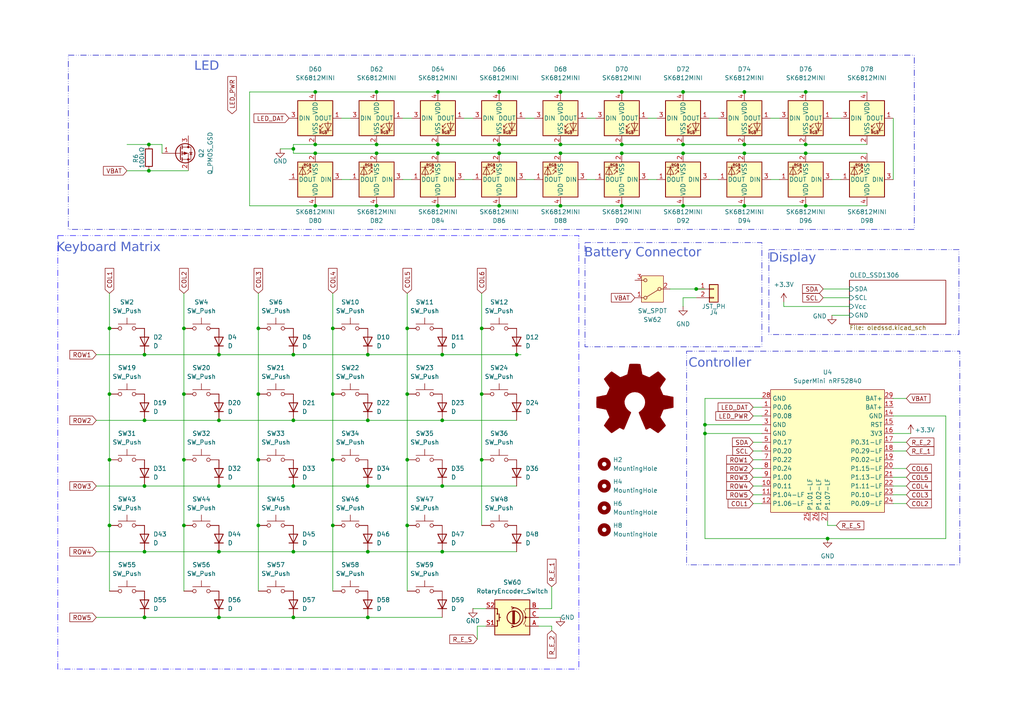
<source format=kicad_sch>
(kicad_sch (version 20250114) (generator "eeschema") (generator_version "9.0")
  (paper "A4")
  (title_block (title "Keyboard Half") (rev "0.0.1"))
  (rectangle (start 223.012 72.39) (end 278.13 97.028) (stroke (width 0) (type dash_dot_dot)))
  (rectangle (start 16.764 68.326) (end 167.894 194.056) (stroke (width 0) (type dash_dot_dot) (color 15 0 255 1)))
  (rectangle (start 199.136 101.854) (end 278.384 163.83) (stroke (width 0) (type dash_dot_dot)))
  (rectangle (start 169.672 70.358) (end 220.98 100.584) (stroke (width 0) (type dash_dot_dot)))
  (rectangle (start 19.812 16.002) (end 265.176 66.548) (stroke (width 0) (type dash_dot_dot)))
  (text "LED" (at 59.944 20.066 0) (effects (font (size 2.6416 2.6416))))
  (text "Display" (at 229.87 75.692 0) (effects (font (size 2.6416 2.6416))))
  (text "Controller" (at 208.788 106.172 0) (effects (font (size 2.6416 2.6416))))
  (text "Keyboard Matrix" (at 31.496 72.644 0) (effects (font (size 2.6416 2.6416))))
  (text "Battery Connector" (at 186.436 74.168 0) (effects (font (size 2.6416 2.6416))))
  (junction (at 41.91 102.87))
  (junction (at 118.11 95.25))
  (junction (at 144.78 41.91))
  (junction (at 215.9 26.67))
  (junction (at 144.78 44.45))
  (junction (at 198.12 44.45))
  (junction (at 144.78 26.67))
  (junction (at 198.12 59.69))
  (junction (at 96.52 95.25))
  (junction (at 106.68 179.07))
  (junction (at 162.56 44.45))
  (junction (at 127 41.91))
  (junction (at 31.75 152.4))
  (junction (at 53.34 152.4))
  (junction (at 118.11 114.3))
  (junction (at 180.34 59.69))
  (junction (at 233.68 44.45))
  (junction (at 180.34 44.45))
  (junction (at 139.7 95.25))
  (junction (at 128.27 102.87))
  (junction (at 162.56 41.91))
  (junction (at 233.68 41.91))
  (junction (at 204.47 125.73))
  (junction (at 91.44 26.67))
  (junction (at 128.27 160.02))
  (junction (at 85.09 179.07))
  (junction (at 118.11 133.35))
  (junction (at 31.75 95.25))
  (junction (at 43.18 41.91))
  (junction (at 41.91 179.07))
  (junction (at 53.34 95.25))
  (junction (at 139.7 114.3))
  (junction (at 41.91 160.02))
  (junction (at 63.5 160.02))
  (junction (at 127 59.69))
  (junction (at 63.5 102.87))
  (junction (at 85.09 140.97))
  (junction (at 85.09 121.92))
  (junction (at 91.44 59.69))
  (junction (at 63.5 140.97))
  (junction (at 180.34 41.91))
  (junction (at 144.78 59.69))
  (junction (at 43.18 49.53))
  (junction (at 128.27 121.92))
  (junction (at 106.68 121.92))
  (junction (at 162.56 26.67))
  (junction (at 180.34 26.67))
  (junction (at 233.68 26.67))
  (junction (at 215.9 59.69))
  (junction (at 215.9 41.91))
  (junction (at 53.34 114.3))
  (junction (at 85.09 160.02))
  (junction (at 233.68 59.69))
  (junction (at 109.22 41.91))
  (junction (at 63.5 121.92))
  (junction (at 106.68 102.87))
  (junction (at 215.9 44.45))
  (junction (at 74.93 133.35))
  (junction (at 118.11 152.4))
  (junction (at 204.47 123.19))
  (junction (at 85.09 102.87))
  (junction (at 96.52 114.3))
  (junction (at 41.91 140.97))
  (junction (at 106.68 140.97))
  (junction (at 240.03 156.21))
  (junction (at 31.75 114.3))
  (junction (at 162.56 59.69))
  (junction (at 127 26.67))
  (junction (at 198.12 41.91))
  (junction (at 91.44 41.91))
  (junction (at 91.44 44.45))
  (junction (at 31.75 133.35))
  (junction (at 198.12 26.67))
  (junction (at 96.52 152.4))
  (junction (at 74.93 152.4))
  (junction (at 109.22 59.69))
  (junction (at 85.09 43.18))
  (junction (at 109.22 26.67))
  (junction (at 41.91 121.92))
  (junction (at 128.27 140.97))
  (junction (at 96.52 133.35))
  (junction (at 201.93 83.82))
  (junction (at 139.7 133.35))
  (junction (at 106.68 160.02))
  (junction (at 127 44.45))
  (junction (at 109.22 44.45))
  (junction (at 53.34 133.35))
  (junction (at 149.86 102.87))
  (junction (at 63.5 179.07))
  (junction (at 74.93 95.25))
  (junction (at 74.93 114.3))
  (wire (pts (xy 31.75 95.25) (xy 31.75 114.3)))
  (wire (pts (xy 259.08 140.97) (xy 262.89 140.97)))
  (wire (pts (xy 205.74 34.29) (xy 208.28 34.29)))
  (wire (pts (xy 96.52 152.4) (xy 96.52 171.45)))
  (wire (pts (xy 41.91 179.07) (xy 63.5 179.07)))
  (wire (pts (xy 251.46 59.69) (xy 233.68 59.69)))
  (wire (pts (xy 85.09 43.18) (xy 85.09 44.45)))
  (wire (pts (xy 198.12 59.69) (xy 180.34 59.69)))
  (wire (pts (xy 218.44 133.35) (xy 220.98 133.35)))
  (wire (pts (xy 53.34 133.35) (xy 53.34 152.4)))
  (wire (pts (xy 106.68 179.07) (xy 128.27 179.07)))
  (wire (pts (xy 170.18 34.29) (xy 172.72 34.29)))
  (wire (pts (xy 134.62 34.29) (xy 137.16 34.29)))
  (wire (pts (xy 27.94 140.97) (xy 41.91 140.97)))
  (wire (pts (xy 238.76 83.82) (xy 246.38 83.82)))
  (wire (pts (xy 91.44 26.67) (xy 72.39 26.67)))
  (wire (pts (xy 127 44.45) (xy 109.22 44.45)))
  (wire (pts (xy 85.09 140.97) (xy 106.68 140.97)))
  (wire (pts (xy 106.68 140.97) (xy 128.27 140.97)))
  (wire (pts (xy 119.38 52.07) (xy 116.84 52.07)))
  (wire (pts (xy 162.56 44.45) (xy 144.78 44.45)))
  (wire (pts (xy 27.94 160.02) (xy 41.91 160.02)))
  (wire (pts (xy 139.7 114.3) (xy 139.7 133.35)))
  (wire (pts (xy 218.44 143.51) (xy 220.98 143.51)))
  (wire (pts (xy 144.78 26.67) (xy 162.56 26.67)))
  (wire (pts (xy 194.31 83.82) (xy 201.93 83.82)))
  (wire (pts (xy 198.12 41.91) (xy 215.9 41.91)))
  (wire (pts (xy 208.28 52.07) (xy 205.74 52.07)))
  (wire (pts (xy 109.22 26.67) (xy 127 26.67)))
  (wire (pts (xy 259.08 146.05) (xy 262.89 146.05)))
  (wire (pts (xy 215.9 26.67) (xy 233.68 26.67)))
  (wire (pts (xy 128.27 140.97) (xy 149.86 140.97)))
  (wire (pts (xy 106.68 160.02) (xy 128.27 160.02)))
  (wire (pts (xy 85.09 160.02) (xy 106.68 160.02)))
  (wire (pts (xy 36.83 49.53) (xy 43.18 49.53)))
  (wire (pts (xy 109.22 44.45) (xy 91.44 44.45)))
  (wire (pts (xy 109.22 41.91) (xy 127 41.91)))
  (wire (pts (xy 85.09 179.07) (xy 106.68 179.07)))
  (wire (pts (xy 91.44 41.91) (xy 85.09 41.91)))
  (wire (pts (xy 85.09 41.91) (xy 85.09 43.18)))
  (wire (pts (xy 215.9 44.45) (xy 198.12 44.45)))
  (wire (pts (xy 198.12 86.36) (xy 201.93 86.36)))
  (wire (pts (xy 53.34 95.25) (xy 53.34 114.3)))
  (wire (pts (xy 138.43 185.42) (xy 138.43 181.61)))
  (wire (pts (xy 215.9 41.91) (xy 233.68 41.91)))
  (wire (pts (xy 99.06 34.29) (xy 101.6 34.29)))
  (wire (pts (xy 128.27 160.02) (xy 149.86 160.02)))
  (wire (pts (xy 154.94 52.07) (xy 152.4 52.07)))
  (wire (pts (xy 74.93 85.09) (xy 74.93 95.25)))
  (wire (pts (xy 204.47 115.57) (xy 204.47 123.19)))
  (wire (pts (xy 31.75 85.09) (xy 31.75 95.25)))
  (wire (pts (xy 180.34 26.67) (xy 198.12 26.67)))
  (wire (pts (xy 259.08 135.89) (xy 262.89 135.89)))
  (wire (pts (xy 31.75 133.35) (xy 31.75 152.4)))
  (wire (pts (xy 118.11 85.09) (xy 118.11 95.25)))
  (wire (pts (xy 31.75 114.3) (xy 31.75 133.35)))
  (wire (pts (xy 127 59.69) (xy 109.22 59.69)))
  (wire (pts (xy 72.39 59.69) (xy 91.44 59.69)))
  (wire (pts (xy 156.21 176.53) (xy 160.02 176.53)))
  (wire (pts (xy 240.03 152.4) (xy 240.03 151.13)))
  (wire (pts (xy 259.08 130.81) (xy 262.89 130.81)))
  (wire (pts (xy 41.91 160.02) (xy 63.5 160.02)))
  (wire (pts (xy 198.12 26.67) (xy 215.9 26.67)))
  (wire (pts (xy 43.18 49.53) (xy 54.61 49.53)))
  (wire (pts (xy 187.96 34.29) (xy 190.5 34.29)))
  (wire (pts (xy 144.78 44.45) (xy 127 44.45)))
  (wire (pts (xy 180.34 44.45) (xy 162.56 44.45)))
  (wire (pts (xy 81.28 43.18) (xy 85.09 43.18)))
  (wire (pts (xy 137.16 52.07) (xy 134.62 52.07)))
  (wire (pts (xy 227.33 88.9) (xy 246.38 88.9)))
  (wire (pts (xy 172.72 52.07) (xy 170.18 52.07)))
  (wire (pts (xy 63.5 160.02) (xy 85.09 160.02)))
  (wire (pts (xy 238.76 86.36) (xy 246.38 86.36)))
  (wire (pts (xy 118.11 114.3) (xy 118.11 133.35)))
  (wire (pts (xy 259.08 115.57) (xy 262.89 115.57)))
  (wire (pts (xy 204.47 123.19) (xy 204.47 125.73)))
  (wire (pts (xy 27.94 179.07) (xy 41.91 179.07)))
  (wire (pts (xy 41.91 102.87) (xy 63.5 102.87)))
  (wire (pts (xy 233.68 59.69) (xy 215.9 59.69)))
  (wire (pts (xy 36.83 41.91) (xy 43.18 41.91)))
  (wire (pts (xy 198.12 88.9) (xy 198.12 86.36)))
  (wire (pts (xy 144.78 59.69) (xy 127 59.69)))
  (wire (pts (xy 240.03 156.21) (xy 274.32 156.21)))
  (wire (pts (xy 218.44 138.43) (xy 220.98 138.43)))
  (wire (pts (xy 127 41.91) (xy 144.78 41.91)))
  (wire (pts (xy 204.47 125.73) (xy 204.47 156.21)))
  (wire (pts (xy 218.44 130.81) (xy 220.98 130.81)))
  (wire (pts (xy 162.56 26.67) (xy 180.34 26.67)))
  (wire (pts (xy 74.93 133.35) (xy 74.93 152.4)))
  (wire (pts (xy 96.52 114.3) (xy 96.52 133.35)))
  (wire (pts (xy 226.06 52.07) (xy 223.52 52.07)))
  (wire (pts (xy 160.02 176.53) (xy 160.02 170.18)))
  (wire (pts (xy 96.52 85.09) (xy 96.52 95.25)))
  (wire (pts (xy 218.44 146.05) (xy 220.98 146.05)))
  (wire (pts (xy 139.7 133.35) (xy 139.7 152.4)))
  (wire (pts (xy 198.12 44.45) (xy 180.34 44.45)))
  (wire (pts (xy 233.68 44.45) (xy 215.9 44.45)))
  (wire (pts (xy 156.21 179.07) (xy 162.56 179.07)))
  (wire (pts (xy 243.84 52.07) (xy 241.3 52.07)))
  (wire (pts (xy 241.3 34.29) (xy 243.84 34.29)))
  (wire (pts (xy 109.22 59.69) (xy 91.44 59.69)))
  (wire (pts (xy 233.68 41.91) (xy 251.46 41.91)))
  (wire (pts (xy 53.34 152.4) (xy 53.34 171.45)))
  (wire (pts (xy 201.93 83.82) (xy 204.47 83.82)))
  (wire (pts (xy 85.09 44.45) (xy 91.44 44.45)))
  (wire (pts (xy 53.34 85.09) (xy 53.34 95.25)))
  (wire (pts (xy 74.93 114.3) (xy 74.93 133.35)))
  (wire (pts (xy 91.44 26.67) (xy 109.22 26.67)))
  (wire (pts (xy 180.34 41.91) (xy 198.12 41.91)))
  (wire (pts (xy 156.21 181.61) (xy 160.02 181.61)))
  (wire (pts (xy 106.68 121.92) (xy 128.27 121.92)))
  (wire (pts (xy 162.56 59.69) (xy 144.78 59.69)))
  (wire (pts (xy 242.57 152.4) (xy 240.03 152.4)))
  (wire (pts (xy 233.68 26.67) (xy 251.46 26.67)))
  (wire (pts (xy 46.99 41.91) (xy 43.18 41.91)))
  (wire (pts (xy 144.78 41.91) (xy 162.56 41.91)))
  (wire (pts (xy 162.56 41.91) (xy 180.34 41.91)))
  (wire (pts (xy 127 26.67) (xy 144.78 26.67)))
  (wire (pts (xy 101.6 52.07) (xy 99.06 52.07)))
  (wire (pts (xy 118.11 95.25) (xy 118.11 114.3)))
  (wire (pts (xy 74.93 152.4) (xy 74.93 171.45)))
  (wire (pts (xy 128.27 102.87) (xy 149.86 102.87)))
  (wire (pts (xy 218.44 135.89) (xy 220.98 135.89)))
  (wire (pts (xy 204.47 156.21) (xy 240.03 156.21)))
  (wire (pts (xy 259.08 128.27) (xy 262.89 128.27)))
  (wire (pts (xy 96.52 133.35) (xy 96.52 152.4)))
  (wire (pts (xy 41.91 121.92) (xy 63.5 121.92)))
  (wire (pts (xy 91.44 41.91) (xy 109.22 41.91)))
  (wire (pts (xy 31.75 152.4) (xy 31.75 171.45)))
  (wire (pts (xy 85.09 121.92) (xy 106.68 121.92)))
  (wire (pts (xy 74.93 95.25) (xy 74.93 114.3)))
  (wire (pts (xy 139.7 95.25) (xy 139.7 114.3)))
  (wire (pts (xy 118.11 133.35) (xy 118.11 152.4)))
  (wire (pts (xy 259.08 125.73) (xy 264.16 125.73)))
  (wire (pts (xy 63.5 140.97) (xy 85.09 140.97)))
  (wire (pts (xy 106.68 102.87) (xy 128.27 102.87)))
  (wire (pts (xy 138.43 181.61) (xy 140.97 181.61)))
  (wire (pts (xy 223.52 34.29) (xy 226.06 34.29)))
  (wire (pts (xy 218.44 140.97) (xy 220.98 140.97)))
  (wire (pts (xy 53.34 114.3) (xy 53.34 133.35)))
  (wire (pts (xy 27.94 121.92) (xy 41.91 121.92)))
  (wire (pts (xy 85.09 102.87) (xy 106.68 102.87)))
  (wire (pts (xy 259.08 120.65) (xy 274.32 120.65)))
  (wire (pts (xy 180.34 59.69) (xy 162.56 59.69)))
  (wire (pts (xy 96.52 95.25) (xy 96.52 114.3)))
  (wire (pts (xy 160.02 181.61) (xy 160.02 182.88)))
  (wire (pts (xy 251.46 44.45) (xy 233.68 44.45)))
  (wire (pts (xy 63.5 102.87) (xy 85.09 102.87)))
  (wire (pts (xy 46.99 44.45) (xy 46.99 41.91)))
  (wire (pts (xy 241.3 91.44) (xy 246.38 91.44)))
  (wire (pts (xy 215.9 59.69) (xy 198.12 59.69)))
  (wire (pts (xy 227.33 87.63) (xy 227.33 88.9)))
  (wire (pts (xy 220.98 125.73) (xy 204.47 125.73)))
  (wire (pts (xy 27.94 102.87) (xy 41.91 102.87)))
  (wire (pts (xy 63.5 179.07) (xy 85.09 179.07)))
  (wire (pts (xy 218.44 128.27) (xy 220.98 128.27)))
  (wire (pts (xy 118.11 152.4) (xy 118.11 171.45)))
  (wire (pts (xy 274.32 156.21) (xy 274.32 120.65)))
  (wire (pts (xy 259.08 34.29) (xy 259.08 52.07)))
  (wire (pts (xy 259.08 138.43) (xy 262.89 138.43)))
  (wire (pts (xy 204.47 115.57) (xy 220.98 115.57)))
  (wire (pts (xy 190.5 52.07) (xy 187.96 52.07)))
  (wire (pts (xy 149.86 102.87) (xy 151.13 102.87)))
  (wire (pts (xy 41.91 140.97) (xy 63.5 140.97)))
  (wire (pts (xy 259.08 143.51) (xy 262.89 143.51)))
  (wire (pts (xy 116.84 34.29) (xy 119.38 34.29)))
  (wire (pts (xy 218.44 120.65) (xy 220.98 120.65)))
  (wire (pts (xy 152.4 34.29) (xy 154.94 34.29)))
  (wire (pts (xy 72.39 26.67) (xy 72.39 59.69)))
  (wire (pts (xy 63.5 121.92) (xy 85.09 121.92)))
  (wire (pts (xy 220.98 123.19) (xy 204.47 123.19)))
  (wire (pts (xy 128.27 121.92) (xy 149.86 121.92)))
  (wire (pts (xy 218.44 118.11) (xy 220.98 118.11)))
  (wire (pts (xy 137.16 176.53) (xy 140.97 176.53)))
  (wire (pts (xy 139.7 85.09) (xy 139.7 95.25)))
  (global_label "R_E_1" (shape input) (at 262.89 130.81 0) (property "Intersheetrefs" "${INTERSHEET_REFS}" (effects (hide yes))))
  (global_label "ROW1" (shape input) (at 27.94 102.87 180) (property "Intersheetrefs" "${INTERSHEET_REFS}" (effects (hide yes))))
  (global_label "COL2" (shape input) (at 262.89 146.05 0) (property "Intersheetrefs" "${INTERSHEET_REFS}" (effects (hide yes))))
  (global_label "ROW3" (shape input) (at 27.94 140.97 180) (property "Intersheetrefs" "${INTERSHEET_REFS}" (effects (hide yes))))
  (global_label "R_E_1" (shape input) (at 160.02 170.18 90) (property "Intersheetrefs" "${INTERSHEET_REFS}" (effects (hide yes))))
  (global_label "R_E_2" (shape input) (at 262.89 128.27 0) (property "Intersheetrefs" "${INTERSHEET_REFS}" (effects (hide yes))))
  (global_label "COL1" (shape input) (at 218.44 146.05 180) (property "Intersheetrefs" "${INTERSHEET_REFS}" (effects (hide yes))))
  (global_label "COL2" (shape input) (at 53.34 85.09 90) (property "Intersheetrefs" "${INTERSHEET_REFS}" (effects (hide yes))))
  (global_label "ROW1" (shape input) (at 218.44 133.35 180) (property "Intersheetrefs" "${INTERSHEET_REFS}" (effects (hide yes))))
  (global_label "R_E_S" (shape input) (at 242.57 152.4 0) (property "Intersheetrefs" "${INTERSHEET_REFS}" (effects (hide yes))))
  (global_label "COL6" (shape input) (at 139.7 85.09 90) (property "Intersheetrefs" "${INTERSHEET_REFS}" (effects (hide yes))))
  (global_label "R_E_S" (shape input) (at 138.43 185.42 180) (property "Intersheetrefs" "${INTERSHEET_REFS}" (effects (hide yes))))
  (global_label "ROW5" (shape input) (at 27.94 179.07 180) (property "Intersheetrefs" "${INTERSHEET_REFS}" (effects (hide yes))))
  (global_label "R_E_2" (shape input) (at 160.02 182.88 270) (property "Intersheetrefs" "${INTERSHEET_REFS}" (effects (hide yes))))
  (global_label "VBAT" (shape input) (at 262.89 115.57 0) (property "Intersheetrefs" "${INTERSHEET_REFS}" (effects (hide yes))))
  (global_label "SCL" (shape input) (at 238.76 86.36 180) (property "Intersheetrefs" "${INTERSHEET_REFS}" (effects (hide yes))))
  (global_label "SDA" (shape input) (at 218.44 128.27 180) (property "Intersheetrefs" "${INTERSHEET_REFS}" (effects (hide yes))))
  (global_label "ROW3" (shape input) (at 218.44 138.43 180) (property "Intersheetrefs" "${INTERSHEET_REFS}" (effects (hide yes))))
  (global_label "ROW4" (shape input) (at 27.94 160.02 180) (property "Intersheetrefs" "${INTERSHEET_REFS}" (effects (hide yes))))
  (global_label "COL4" (shape input) (at 96.52 85.09 90) (property "Intersheetrefs" "${INTERSHEET_REFS}" (effects (hide yes))))
  (global_label "COL5" (shape input) (at 262.89 138.43 0) (property "Intersheetrefs" "${INTERSHEET_REFS}" (effects (hide yes))))
  (global_label "COL4" (shape input) (at 262.89 140.97 0) (property "Intersheetrefs" "${INTERSHEET_REFS}" (effects (hide yes))))
  (global_label "VBAT" (shape input) (at 36.83 49.53 180) (property "Intersheetrefs" "${INTERSHEET_REFS}" (effects (hide yes))))
  (global_label "COL1" (shape input) (at 31.75 85.09 90) (property "Intersheetrefs" "${INTERSHEET_REFS}" (effects (hide yes))))
  (global_label "ROW5" (shape input) (at 218.44 143.51 180) (property "Intersheetrefs" "${INTERSHEET_REFS}" (effects (hide yes))))
  (global_label "ROW2" (shape input) (at 27.94 121.92 180) (property "Intersheetrefs" "${INTERSHEET_REFS}" (effects (hide yes))))
  (global_label "COL3" (shape input) (at 74.93 85.09 90) (property "Intersheetrefs" "${INTERSHEET_REFS}" (effects (hide yes))))
  (global_label "LED_DAT" (shape input) (at 83.82 34.29 180) (property "Intersheetrefs" "${INTERSHEET_REFS}" (effects (hide yes))))
  (global_label "COL6" (shape input) (at 262.89 135.89 0) (property "Intersheetrefs" "${INTERSHEET_REFS}" (effects (hide yes))))
  (global_label "COL3" (shape input) (at 262.89 143.51 0) (property "Intersheetrefs" "${INTERSHEET_REFS}" (effects (hide yes))))
  (global_label "LED_PWR" (shape input) (at 218.44 120.65 180) (property "Intersheetrefs" "${INTERSHEET_REFS}" (effects (hide yes))))
  (global_label "SCL" (shape input) (at 218.44 130.81 180) (property "Intersheetrefs" "${INTERSHEET_REFS}" (effects (hide yes))))
  (global_label "SDA" (shape input) (at 238.76 83.82 180) (property "Intersheetrefs" "${INTERSHEET_REFS}" (effects (hide yes))))
  (global_label "COL5" (shape input) (at 118.11 85.09 90) (property "Intersheetrefs" "${INTERSHEET_REFS}" (effects (hide yes))))
  (global_label "VBAT" (shape input) (at 184.15 86.36 180) (property "Intersheetrefs" "${INTERSHEET_REFS}" (effects (hide yes))))
  (global_label "LED_DAT" (shape input) (at 218.44 118.11 180) (property "Intersheetrefs" "${INTERSHEET_REFS}" (effects (hide yes))))
  (global_label "LED_PWR" (shape input) (at 67.31 33.02 90) (property "Intersheetrefs" "${INTERSHEET_REFS}" (effects (hide yes))))
  (global_label "ROW4" (shape input) (at 218.44 140.97 180) (property "Intersheetrefs" "${INTERSHEET_REFS}" (effects (hide yes))))
  (global_label "ROW2" (shape input) (at 218.44 135.89 180) (property "Intersheetrefs" "${INTERSHEET_REFS}" (effects (hide yes))))
  (symbol (lib_id "Device:D") (at 41.91 156.21 90) (unit 1)
    (property "Reference" "D37" (at 44.45 154.9399 90) (effects (justify right)))
    (property "Value" "D" (at 44.45 157.4799 90) (effects (justify right)))
    (property "Footprint" "Diode_SMD:D_SOD-123" (effects (hide yes)))
    (property "Description" "Diode" (effects (hide yes)))
    (property "Sim.Device" "D" (effects (hide yes)))
    (property "Sim.Pins" "1=K 2=A" (effects (hide yes)))
    (instances (project "keeby" (path "" (reference "D43") (unit 1)) (path "" (reference "D37") (unit 1))))
  )
  (symbol (lib_id "LED:SK6812MINI") (at 180.34 52.07 180) (unit 1)
    (property "Reference" "D89" (at 180.34 64.008 0))
    (property "Value" "SK6812MINI" (at 180.34 61.468 0))
    (property "Footprint" "LED_SMD:LED_SK6812MINI_PLCC4_3.5x3.5mm_P1.75mm" (effects (hide yes)))
    (property "Datasheet" "https://cdn-shop.adafruit.com/product-files/2686/SK6812MINI_REV.01-1-2.pdf" (effects (hide yes)))
    (property "Description" "RGB LED with integrated controller" (effects (hide yes)))
    (instances (project "keeby" (path "" (reference "D90") (unit 1)) (path "" (reference "D89") (unit 1))))
  )
  (symbol (lib_id "Switch:SW_SPDT") (at 189.23 83.82 180) (unit 1)
    (property "Reference" "SW61" (at 189.23 92.71 0))
    (property "Value" "SW_SPDT" (at 189.23 90.17 0))
    (property "Footprint" "Button_Switch_SMD:SW_SPDT_PCM12" (effects (hide yes)))
    (property "Description" "Switch, single pole double throw" (effects (hide yes)))
    (instances (project "" (path "" (reference "SW62") (unit 1)) (path "" (reference "SW61") (unit 1))))
  )
  (symbol (lib_id "LED:SK6812MINI") (at 109.22 34.29 0) (unit 1)
    (property "Reference" "D61" (at 109.22 20.066 0))
    (property "Value" "SK6812MINI" (at 109.22 22.606 0))
    (property "Footprint" "LED_SMD:LED_SK6812MINI_PLCC4_3.5x3.5mm_P1.75mm" (effects (hide yes)))
    (property "Datasheet" "https://cdn-shop.adafruit.com/product-files/2686/SK6812MINI_REV.01-1-2.pdf" (effects (hide yes)))
    (property "Description" "RGB LED with integrated controller" (effects (hide yes)))
    (instances (project "keeby" (path "" (reference "D62") (unit 1)) (path "" (reference "D61") (unit 1))))
  )
  (symbol (lib_id "Device:D") (at 41.91 118.11 90) (unit 1)
    (property "Reference" "D13" (at 44.45 116.8399 90) (effects (justify right)))
    (property "Value" "D" (at 44.45 119.3799 90) (effects (justify right)))
    (property "Footprint" "Diode_SMD:D_SOD-123" (effects (hide yes)))
    (property "Description" "Diode" (effects (hide yes)))
    (property "Sim.Device" "D" (effects (hide yes)))
    (property "Sim.Pins" "1=K 2=A" (effects (hide yes)))
    (instances (project "keeby" (path "" (reference "D19") (unit 1)) (path "" (reference "D13") (unit 1))))
  )
  (symbol (lib_id "Device:D") (at 85.09 175.26 90) (unit 1)
    (property "Reference" "D51" (at 87.63 173.9899 90) (effects (justify right)))
    (property "Value" "D" (at 87.63 176.5299 90) (effects (justify right)))
    (property "Footprint" "Diode_SMD:D_SOD-123" (effects (hide yes)))
    (property "Description" "Diode" (effects (hide yes)))
    (property "Sim.Device" "D" (effects (hide yes)))
    (property "Sim.Pins" "1=K 2=A" (effects (hide yes)))
    (instances (project "keeby" (path "" (reference "D57") (unit 1)) (path "" (reference "D51") (unit 1))))
  )
  (symbol (lib_id "Device:D") (at 149.86 156.21 90) (unit 1)
    (property "Reference" "D42" (at 152.4 154.9399 90) (effects (justify right)))
    (property "Value" "D" (at 152.4 157.4799 90) (effects (justify right)))
    (property "Footprint" "Diode_SMD:D_SOD-123" (effects (hide yes)))
    (property "Description" "Diode" (effects (hide yes)))
    (property "Sim.Device" "D" (effects (hide yes)))
    (property "Sim.Pins" "1=K 2=A" (effects (hide yes)))
    (instances (project "keeby" (path "" (reference "D48") (unit 1)) (path "" (reference "D42") (unit 1))))
  )
  (symbol (lib_id "Device:D") (at 128.27 156.21 90) (unit 1)
    (property "Reference" "D41" (at 130.81 154.9399 90) (effects (justify right)))
    (property "Value" "D" (at 130.81 157.4799 90) (effects (justify right)))
    (property "Footprint" "Diode_SMD:D_SOD-123" (effects (hide yes)))
    (property "Description" "Diode" (effects (hide yes)))
    (property "Sim.Device" "D" (effects (hide yes)))
    (property "Sim.Pins" "1=K 2=A" (effects (hide yes)))
    (instances (project "keeby" (path "" (reference "D47") (unit 1)) (path "" (reference "D41") (unit 1))))
  )
  (symbol (lib_id "Switch:SW_Push") (at 123.19 114.3 0) (unit 1)
    (property "Reference" "SW17" (at 123.19 106.68 0))
    (property "Value" "SW_Push" (at 123.19 109.22 0))
    (property "Footprint" "marbastlib-choc:SW_choc_v1_HS_CPG135001S30_1u" (effects (hide yes)))
    (property "Description" "Push button switch, generic, two pins" (effects (hide yes)))
    (instances (project "keeby" (path "" (reference "SW23") (unit 1)) (path "" (reference "SW17") (unit 1))))
  )
  (symbol (lib_id "marbastlib-promicroish:SuperMini_nRF52840") (at 240.03 132.08 0) (unit 1) (in_bom no)
    (property "Reference" "U3" (at 240.03 107.95 0))
    (property "Value" "SuperMini nRF52840" (at 240.03 110.49 0))
    (property "Footprint" "marbastlib-xp-promicroish:SuperMini_nRF52840_AH_USBup" (effects (hide yes)))
    (property "Datasheet" "https://wiki.icbbuy.com/doku.php?id=developmentboard:nrf52840" (effects (hide yes)))
    (property "Description" "Symbol for an nicekeyboards nice!nano" (effects (hide yes)))
    (instances (project "" (path "" (reference "U4") (unit 1)) (path "" (reference "U3") (unit 1))))
  )
  (symbol (lib_id "Device:D") (at 63.5 99.06 90) (unit 1)
    (property "Reference" "D3" (at 66.04 97.7899 90) (effects (justify right)))
    (property "Value" "D" (at 66.04 100.3299 90) (effects (justify right)))
    (property "Footprint" "Diode_SMD:D_SOD-123" (effects (hide yes)))
    (property "Description" "Diode" (effects (hide yes)))
    (property "Sim.Device" "D" (effects (hide yes)))
    (property "Sim.Pins" "1=K 2=A" (effects (hide yes)))
    (instances (project "keeby" (path "" (reference "D4") (unit 1)) (path "" (reference "D3") (unit 1))))
  )
  (symbol (lib_id "LED:SK6812MINI") (at 91.44 34.29 0) (unit 1)
    (property "Reference" "D54" (at 91.44 20.066 0))
    (property "Value" "SK6812MINI" (at 91.44 22.606 0))
    (property "Footprint" "LED_SMD:LED_SK6812MINI_PLCC4_3.5x3.5mm_P1.75mm" (effects (hide yes)))
    (property "Datasheet" "https://cdn-shop.adafruit.com/product-files/2686/SK6812MINI_REV.01-1-2.pdf" (effects (hide yes)))
    (property "Description" "RGB LED with integrated controller" (effects (hide yes)))
    (instances (project "" (path "" (reference "D60") (unit 1)) (path "" (reference "D54") (unit 1))))
  )
  (symbol (lib_id "Switch:SW_Push") (at 80.01 95.25 0) (unit 1)
    (property "Reference" "SW5" (at 80.01 87.63 0))
    (property "Value" "SW_Push" (at 80.01 90.17 0))
    (property "Footprint" "marbastlib-choc:SW_choc_v1_HS_CPG135001S30_1u" (effects (hide yes)))
    (property "Description" "Push button switch, generic, two pins" (effects (hide yes)))
    (instances (project "keeby" (path "" (reference "SW6") (unit 1)) (path "" (reference "SW5") (unit 1))))
  )
  (symbol (lib_id "Device:D") (at 63.5 175.26 90) (unit 1)
    (property "Reference" "D50" (at 66.04 173.9899 90) (effects (justify right)))
    (property "Value" "D" (at 66.04 176.5299 90) (effects (justify right)))
    (property "Footprint" "Diode_SMD:D_SOD-123" (effects (hide yes)))
    (property "Description" "Diode" (effects (hide yes)))
    (property "Sim.Device" "D" (effects (hide yes)))
    (property "Sim.Pins" "1=K 2=A" (effects (hide yes)))
    (instances (project "keeby" (path "" (reference "D56") (unit 1)) (path "" (reference "D50") (unit 1))))
  )
  (symbol (lib_id "power:GND") (at 241.3 91.44 0) (unit 1)
    (property "Reference" "#PWR05" (effects (hide yes)))
    (property "Value" "GND" (at 237.744 91.694 0))
    (property "Description" "Power symbol creates a global label with name \"GND\" , ground" (effects (hide yes)))
    (instances (project "" (path "" (reference "#PWR06") (unit 1)) (path "" (reference "#PWR05") (unit 1))))
  )
  (symbol (lib_id "Switch:SW_Push") (at 101.6 171.45 0) (unit 1)
    (property "Reference" "SW52" (at 101.6 163.83 0))
    (property "Value" "SW_Push" (at 101.6 166.37 0))
    (property "Footprint" "marbastlib-choc:SW_choc_v1_HS_CPG135001S30_1u" (effects (hide yes)))
    (property "Description" "Push button switch, generic, two pins" (effects (hide yes)))
    (instances (project "keeby" (path "" (reference "SW58") (unit 1)) (path "" (reference "SW52") (unit 1))))
  )
  (symbol (lib_id "Device:D") (at 128.27 118.11 90) (unit 1)
    (property "Reference" "D17" (at 130.81 116.8399 90) (effects (justify right)))
    (property "Value" "D" (at 130.81 119.3799 90) (effects (justify right)))
    (property "Footprint" "Diode_SMD:D_SOD-123" (effects (hide yes)))
    (property "Description" "Diode" (effects (hide yes)))
    (property "Sim.Device" "D" (effects (hide yes)))
    (property "Sim.Pins" "1=K 2=A" (effects (hide yes)))
    (instances (project "keeby" (path "" (reference "D23") (unit 1)) (path "" (reference "D17") (unit 1))))
  )
  (symbol (lib_id "LED:SK6812MINI") (at 162.56 34.29 0) (unit 1)
    (property "Reference" "D67" (at 162.56 20.066 0))
    (property "Value" "SK6812MINI" (at 162.56 22.606 0))
    (property "Footprint" "LED_SMD:LED_SK6812MINI_PLCC4_3.5x3.5mm_P1.75mm" (effects (hide yes)))
    (property "Datasheet" "https://cdn-shop.adafruit.com/product-files/2686/SK6812MINI_REV.01-1-2.pdf" (effects (hide yes)))
    (property "Description" "RGB LED with integrated controller" (effects (hide yes)))
    (instances (project "keeby" (path "" (reference "D68") (unit 1)) (path "" (reference "D67") (unit 1))))
  )
  (symbol (lib_id "Device:D") (at 41.91 99.06 90) (unit 1)
    (property "Reference" "D1" (at 44.45 97.7899 90) (effects (justify right)))
    (property "Value" "D" (at 44.45 100.3299 90) (effects (justify right)))
    (property "Footprint" "Diode_SMD:D_SOD-123" (effects (hide yes)))
    (property "Description" "Diode" (effects (hide yes)))
    (property "Sim.Device" "D" (effects (hide yes)))
    (property "Sim.Pins" "1=K 2=A" (effects (hide yes)))
    (instances (project "" (path "" (reference "D2") (unit 1)) (path "" (reference "D1") (unit 1))))
  )
  (symbol (lib_id "Switch:SW_Push") (at 80.01 133.35 0) (unit 1)
    (property "Reference" "SW27" (at 80.01 125.73 0))
    (property "Value" "SW_Push" (at 80.01 128.27 0))
    (property "Footprint" "marbastlib-choc:SW_choc_v1_HS_CPG135001S30_1u" (effects (hide yes)))
    (property "Description" "Push button switch, generic, two pins" (effects (hide yes)))
    (instances (project "keeby" (path "" (reference "SW33") (unit 1)) (path "" (reference "SW27") (unit 1))))
  )
  (symbol (lib_id "Device:D") (at 106.68 99.06 90) (unit 1)
    (property "Reference" "D7" (at 109.22 97.7899 90) (effects (justify right)))
    (property "Value" "D" (at 109.22 100.3299 90) (effects (justify right)))
    (property "Footprint" "Diode_SMD:D_SOD-123" (effects (hide yes)))
    (property "Description" "Diode" (effects (hide yes)))
    (property "Sim.Device" "D" (effects (hide yes)))
    (property "Sim.Pins" "1=K 2=A" (effects (hide yes)))
    (instances (project "keeby" (path "" (reference "D10") (unit 1)) (path "" (reference "D7") (unit 1))))
  )
  (symbol (lib_id "Switch:SW_Push") (at 58.42 152.4 0) (unit 1)
    (property "Reference" "SW38" (at 58.42 144.78 0))
    (property "Value" "SW_Push" (at 58.42 147.32 0))
    (property "Footprint" "marbastlib-choc:SW_choc_v1_HS_CPG135001S30_1u" (effects (hide yes)))
    (property "Description" "Push button switch, generic, two pins" (effects (hide yes)))
    (instances (project "keeby" (path "" (reference "SW44") (unit 1)) (path "" (reference "SW38") (unit 1))))
  )
  (symbol (lib_id "Device:D") (at 41.91 175.26 90) (unit 1)
    (property "Reference" "D49" (at 44.45 173.9899 90) (effects (justify right)))
    (property "Value" "D" (at 44.45 176.5299 90) (effects (justify right)))
    (property "Footprint" "Diode_SMD:D_SOD-123" (effects (hide yes)))
    (property "Description" "Diode" (effects (hide yes)))
    (property "Sim.Device" "D" (effects (hide yes)))
    (property "Sim.Pins" "1=K 2=A" (effects (hide yes)))
    (instances (project "keeby" (path "" (reference "D55") (unit 1)) (path "" (reference "D49") (unit 1))))
  )
  (symbol (lib_id "Device:D") (at 128.27 137.16 90) (unit 1)
    (property "Reference" "D29" (at 130.81 135.8899 90) (effects (justify right)))
    (property "Value" "D" (at 130.81 138.4299 90) (effects (justify right)))
    (property "Footprint" "Diode_SMD:D_SOD-123" (effects (hide yes)))
    (property "Description" "Diode" (effects (hide yes)))
    (property "Sim.Device" "D" (effects (hide yes)))
    (property "Sim.Pins" "1=K 2=A" (effects (hide yes)))
    (instances (project "keeby" (path "" (reference "D35") (unit 1)) (path "" (reference "D29") (unit 1))))
  )
  (symbol (lib_id "LED:SK6812MINI") (at 127 52.07 180) (unit 1)
    (property "Reference" "D83" (at 127 64.008 0))
    (property "Value" "SK6812MINI" (at 127 61.468 0))
    (property "Footprint" "LED_SMD:LED_SK6812MINI_PLCC4_3.5x3.5mm_P1.75mm" (effects (hide yes)))
    (property "Datasheet" "https://cdn-shop.adafruit.com/product-files/2686/SK6812MINI_REV.01-1-2.pdf" (effects (hide yes)))
    (property "Description" "RGB LED with integrated controller" (effects (hide yes)))
    (instances (project "keeby" (path "" (reference "D84") (unit 1)) (path "" (reference "D83") (unit 1))))
  )
  (symbol (lib_id "Switch:SW_Push") (at 58.42 171.45 0) (unit 1)
    (property "Reference" "SW50" (at 58.42 163.83 0))
    (property "Value" "SW_Push" (at 58.42 166.37 0))
    (property "Footprint" "marbastlib-choc:SW_choc_v1_HS_CPG135001S30_1u" (effects (hide yes)))
    (property "Description" "Push button switch, generic, two pins" (effects (hide yes)))
    (instances (project "keeby" (path "" (reference "SW56") (unit 1)) (path "" (reference "SW50") (unit 1))))
  )
  (symbol (lib_id "Mechanical:MountingHole") (at 175.26 134.62 0) (unit 1) (in_bom no)
    (property "Reference" "H1" (at 177.8 133.3499 0) (effects (justify left)))
    (property "Value" "MountingHole" (at 177.8 135.8899 0) (effects (justify left)))
    (property "Footprint" "MountingHole:MountingHole_2.1mm" (effects (hide yes)))
    (property "Description" "Mounting Hole without connection" (effects (hide yes)))
    (instances (project "" (path "" (reference "H2") (unit 1)) (path "" (reference "H1") (unit 1))))
  )
  (symbol (lib_id "Switch:SW_Push") (at 101.6 95.25 0) (unit 1)
    (property "Reference" "SW7" (at 101.6 87.63 0))
    (property "Value" "SW_Push" (at 101.6 90.17 0))
    (property "Footprint" "marbastlib-choc:SW_choc_v1_HS_CPG135001S30_1u" (effects (hide yes)))
    (property "Description" "Push button switch, generic, two pins" (effects (hide yes)))
    (instances (project "keeby" (path "" (reference "SW10") (unit 1)) (path "" (reference "SW7") (unit 1))))
  )
  (symbol (lib_id "Switch:SW_Push") (at 101.6 133.35 0) (unit 1)
    (property "Reference" "SW28" (at 101.6 125.73 0))
    (property "Value" "SW_Push" (at 101.6 128.27 0))
    (property "Footprint" "marbastlib-choc:SW_choc_v1_HS_CPG135001S30_1u" (effects (hide yes)))
    (property "Description" "Push button switch, generic, two pins" (effects (hide yes)))
    (instances (project "keeby" (path "" (reference "SW34") (unit 1)) (path "" (reference "SW28") (unit 1))))
  )
  (symbol (lib_id "Switch:SW_Push") (at 144.78 133.35 0) (unit 1)
    (property "Reference" "SW30" (at 144.78 125.73 0))
    (property "Value" "SW_Push" (at 144.78 128.27 0))
    (property "Footprint" "marbastlib-choc:SW_choc_v1_HS_CPG135001S30_1u" (effects (hide yes)))
    (property "Description" "Push button switch, generic, two pins" (effects (hide yes)))
    (instances (project "keeby" (path "" (reference "SW36") (unit 1)) (path "" (reference "SW30") (unit 1))))
  )
  (symbol (lib_id "LED:SK6812MINI") (at 233.68 34.29 0) (unit 1)
    (property "Reference" "D75" (at 233.68 20.066 0))
    (property "Value" "SK6812MINI" (at 233.68 22.606 0))
    (property "Footprint" "LED_SMD:LED_SK6812MINI_PLCC4_3.5x3.5mm_P1.75mm" (effects (hide yes)))
    (property "Datasheet" "https://cdn-shop.adafruit.com/product-files/2686/SK6812MINI_REV.01-1-2.pdf" (effects (hide yes)))
    (property "Description" "RGB LED with integrated controller" (effects (hide yes)))
    (instances (project "keeby" (path "" (reference "D76") (unit 1)) (path "" (reference "D75") (unit 1))))
  )
  (symbol (lib_id "Switch:SW_Push") (at 80.01 114.3 0) (unit 1)
    (property "Reference" "SW15" (at 80.01 106.68 0))
    (property "Value" "SW_Push" (at 80.01 109.22 0))
    (property "Footprint" "marbastlib-choc:SW_choc_v1_HS_CPG135001S30_1u" (effects (hide yes)))
    (property "Description" "Push button switch, generic, two pins" (effects (hide yes)))
    (instances (project "keeby" (path "" (reference "SW21") (unit 1)) (path "" (reference "SW15") (unit 1))))
  )
  (symbol (lib_id "Switch:SW_Push") (at 144.78 152.4 0) (unit 1)
    (property "Reference" "SW42" (at 144.78 144.78 0))
    (property "Value" "SW_Push" (at 144.78 147.32 0))
    (property "Footprint" "marbastlib-choc:SW_choc_v1_HS_CPG135001S30_1u" (effects (hide yes)))
    (property "Description" "Push button switch, generic, two pins" (effects (hide yes)))
    (instances (project "keeby" (path "" (reference "SW48") (unit 1)) (path "" (reference "SW42") (unit 1))))
  )
  (symbol (lib_id "power:GND") (at 240.03 156.21 0) (unit 1)
    (property "Reference" "#PWR07" (effects (hide yes)))
    (property "Value" "GND" (at 240.03 161.29 0))
    (property "Description" "Power symbol creates a global label with name \"GND\" , ground" (effects (hide yes)))
    (instances (project "" (path "" (reference "#PWR08") (unit 1)) (path "" (reference "#PWR07") (unit 1))))
  )
  (symbol (lib_id "Transistor_FET:Q_PMOS_GSD") (at 52.07 44.45 0) (unit 1)
    (property "Reference" "Q1" (at 58.42 44.45 90))
    (property "Value" "Q_PMOS_GSD" (at 60.96 44.45 90))
    (property "Description" "P-MOSFET transistor, gate/source/drain" (effects (hide yes)))
    (instances (project "" (path "" (reference "Q2") (unit 1)) (path "" (reference "Q1") (unit 1))))
  )
  (symbol (lib_id "power:+3.3V") (at 227.33 87.63 0) (unit 1)
    (property "Reference" "#PWR03" (effects (hide yes)))
    (property "Value" "+3.3V" (at 227.33 82.55 0))
    (property "Description" "Power symbol creates a global label with name \"+3.3V\"" (effects (hide yes)))
    (instances (project "" (path "" (reference "#PWR04") (unit 1)) (path "" (reference "#PWR03") (unit 1))))
  )
  (symbol (lib_id "Switch:SW_Push") (at 36.83 171.45 0) (unit 1)
    (property "Reference" "SW49" (at 36.83 163.83 0))
    (property "Value" "SW_Push" (at 36.83 166.37 0))
    (property "Footprint" "marbastlib-choc:SW_choc_v1_HS_CPG135001S30_1u" (effects (hide yes)))
    (property "Description" "Push button switch, generic, two pins" (effects (hide yes)))
    (instances (project "keeby" (path "" (reference "SW55") (unit 1)) (path "" (reference "SW49") (unit 1))))
  )
  (symbol (lib_id "LED:SK6812MINI") (at 198.12 34.29 0) (unit 1)
    (property "Reference" "D71" (at 198.12 20.066 0))
    (property "Value" "SK6812MINI" (at 198.12 22.606 0))
    (property "Footprint" "LED_SMD:LED_SK6812MINI_PLCC4_3.5x3.5mm_P1.75mm" (effects (hide yes)))
    (property "Datasheet" "https://cdn-shop.adafruit.com/product-files/2686/SK6812MINI_REV.01-1-2.pdf" (effects (hide yes)))
    (property "Description" "RGB LED with integrated controller" (effects (hide yes)))
    (instances (project "keeby" (path "" (reference "D72") (unit 1)) (path "" (reference "D71") (unit 1))))
  )
  (symbol (lib_id "Switch:SW_Push") (at 58.42 133.35 0) (unit 1)
    (property "Reference" "SW26" (at 58.42 125.73 0))
    (property "Value" "SW_Push" (at 58.42 128.27 0))
    (property "Footprint" "marbastlib-choc:SW_choc_v1_HS_CPG135001S30_1u" (effects (hide yes)))
    (property "Description" "Push button switch, generic, two pins" (effects (hide yes)))
    (instances (project "keeby" (path "" (reference "SW32") (unit 1)) (path "" (reference "SW26") (unit 1))))
  )
  (symbol (lib_id "Switch:SW_Push") (at 144.78 114.3 0) (unit 1)
    (property "Reference" "SW18" (at 144.78 106.68 0))
    (property "Value" "SW_Push" (at 144.78 109.22 0))
    (property "Footprint" "marbastlib-choc:SW_choc_v1_HS_CPG135001S30_1u" (effects (hide yes)))
    (property "Description" "Push button switch, generic, two pins" (effects (hide yes)))
    (instances (project "keeby" (path "" (reference "SW24") (unit 1)) (path "" (reference "SW18") (unit 1))))
  )
  (symbol (lib_id "Switch:SW_Push") (at 36.83 133.35 0) (unit 1)
    (property "Reference" "SW25" (at 36.83 125.73 0))
    (property "Value" "SW_Push" (at 36.83 128.27 0))
    (property "Footprint" "marbastlib-choc:SW_choc_v1_HS_CPG135001S30_1u" (effects (hide yes)))
    (property "Description" "Push button switch, generic, two pins" (effects (hide yes)))
    (instances (project "keeby" (path "" (reference "SW31") (unit 1)) (path "" (reference "SW25") (unit 1))))
  )
  (symbol (lib_id "Device:D") (at 106.68 137.16 90) (unit 1)
    (property "Reference" "D28" (at 109.22 135.8899 90) (effects (justify right)))
    (property "Value" "D" (at 109.22 138.4299 90) (effects (justify right)))
    (property "Footprint" "Diode_SMD:D_SOD-123" (effects (hide yes)))
    (property "Description" "Diode" (effects (hide yes)))
    (property "Sim.Device" "D" (effects (hide yes)))
    (property "Sim.Pins" "1=K 2=A" (effects (hide yes)))
    (instances (project "keeby" (path "" (reference "D34") (unit 1)) (path "" (reference "D28") (unit 1))))
  )
  (symbol (lib_id "Device:D") (at 85.09 99.06 90) (unit 1)
    (property "Reference" "D5" (at 87.63 97.7899 90) (effects (justify right)))
    (property "Value" "D" (at 87.63 100.3299 90) (effects (justify right)))
    (property "Footprint" "Diode_SMD:D_SOD-123" (effects (hide yes)))
    (property "Description" "Diode" (effects (hide yes)))
    (property "Sim.Device" "D" (effects (hide yes)))
    (property "Sim.Pins" "1=K 2=A" (effects (hide yes)))
    (instances (project "keeby" (path "" (reference "D6") (unit 1)) (path "" (reference "D5") (unit 1))))
  )
  (symbol (lib_id "Switch:SW_Push") (at 80.01 171.45 0) (unit 1)
    (property "Reference" "SW51" (at 80.01 163.83 0))
    (property "Value" "SW_Push" (at 80.01 166.37 0))
    (property "Footprint" "marbastlib-choc:SW_choc_v1_HS_CPG135001S30_1u" (effects (hide yes)))
    (property "Description" "Push button switch, generic, two pins" (effects (hide yes)))
    (instances (project "keeby" (path "" (reference "SW57") (unit 1)) (path "" (reference "SW51") (unit 1))))
  )
  (symbol (lib_id "Device:R") (at 43.18 45.72 180) (unit 1)
    (property "Reference" "R5" (at 39.37 45.974 90))
    (property "Value" "100kΩ" (at 41.148 45.72 90))
    (property "Footprint" "Resistor_SMD:R_0805_2012Metric" (effects (hide yes)))
    (property "Description" "Resistor" (effects (hide yes)))
    (instances (project "" (path "" (reference "R6") (unit 1)) (path "" (reference "R5") (unit 1))))
  )
  (symbol (lib_id "Device:D") (at 85.09 137.16 90) (unit 1)
    (property "Reference" "D27" (at 87.63 135.8899 90) (effects (justify right)))
    (property "Value" "D" (at 87.63 138.4299 90) (effects (justify right)))
    (property "Footprint" "Diode_SMD:D_SOD-123" (effects (hide yes)))
    (property "Description" "Diode" (effects (hide yes)))
    (property "Sim.Device" "D" (effects (hide yes)))
    (property "Sim.Pins" "1=K 2=A" (effects (hide yes)))
    (instances (project "keeby" (path "" (reference "D33") (unit 1)) (path "" (reference "D27") (unit 1))))
  )
  (symbol (lib_id "LED:SK6812MINI") (at 91.44 52.07 180) (unit 1)
    (property "Reference" "D79" (at 91.44 64.008 0))
    (property "Value" "SK6812MINI" (at 91.44 61.468 0))
    (property "Footprint" "LED_SMD:LED_SK6812MINI_PLCC4_3.5x3.5mm_P1.75mm" (effects (hide yes)))
    (property "Datasheet" "https://cdn-shop.adafruit.com/product-files/2686/SK6812MINI_REV.01-1-2.pdf" (effects (hide yes)))
    (property "Description" "RGB LED with integrated controller" (effects (hide yes)))
    (instances (project "keeby" (path "" (reference "D80") (unit 1)) (path "" (reference "D79") (unit 1))))
  )
  (symbol (lib_id "LED:SK6812MINI") (at 162.56 52.07 180) (unit 1)
    (property "Reference" "D87" (at 162.56 64.008 0))
    (property "Value" "SK6812MINI" (at 162.56 61.468 0))
    (property "Footprint" "LED_SMD:LED_SK6812MINI_PLCC4_3.5x3.5mm_P1.75mm" (effects (hide yes)))
    (property "Datasheet" "https://cdn-shop.adafruit.com/product-files/2686/SK6812MINI_REV.01-1-2.pdf" (effects (hide yes)))
    (property "Description" "RGB LED with integrated controller" (effects (hide yes)))
    (instances (project "keeby" (path "" (reference "D88") (unit 1)) (path "" (reference "D87") (unit 1))))
  )
  (symbol (lib_id "LED:SK6812MINI") (at 127 34.29 0) (unit 1)
    (property "Reference" "D63" (at 127 20.066 0))
    (property "Value" "SK6812MINI" (at 127 22.606 0))
    (property "Footprint" "LED_SMD:LED_SK6812MINI_PLCC4_3.5x3.5mm_P1.75mm" (effects (hide yes)))
    (property "Datasheet" "https://cdn-shop.adafruit.com/product-files/2686/SK6812MINI_REV.01-1-2.pdf" (effects (hide yes)))
    (property "Description" "RGB LED with integrated controller" (effects (hide yes)))
    (instances (project "keeby" (path "" (reference "D64") (unit 1)) (path "" (reference "D63") (unit 1))))
  )
  (symbol (lib_id "Switch:SW_Push") (at 101.6 152.4 0) (unit 1)
    (property "Reference" "SW40" (at 101.6 144.78 0))
    (property "Value" "SW_Push" (at 101.6 147.32 0))
    (property "Footprint" "marbastlib-choc:SW_choc_v1_HS_CPG135001S30_1u" (effects (hide yes)))
    (property "Description" "Push button switch, generic, two pins" (effects (hide yes)))
    (instances (project "keeby" (path "" (reference "SW46") (unit 1)) (path "" (reference "SW40") (unit 1))))
  )
  (symbol (lib_id "Connector_Generic:Conn_01x02") (at 207.01 83.82 0) (unit 1)
    (property "Reference" "J3" (at 207.01 90.678 0))
    (property "Value" "JST_PH" (at 207.01 88.9 0))
    (property "Footprint" "Connector_JST:JST_PH_S2B-PH-K_1x02_P2.00mm_Horizontal" (effects (hide yes)))
    (property "Description" "Generic connector, single row, 01x02, script generated (kicad-library-utils/schlib/autogen/connector/)" (effects (hide yes)))
    (instances (project "" (path "" (reference "J4") (unit 1)) (path "" (reference "J3") (unit 1))))
  )
  (symbol (lib_id "power:GND") (at 81.28 43.18 0) (unit 1)
    (property "Reference" "#PWR013" (effects (hide yes)))
    (property "Value" "GND" (at 81.28 46.736 0))
    (property "Description" "Power symbol creates a global label with name \"GND\" , ground" (effects (hide yes)))
    (instances (project "" (path "" (reference "#PWR014") (unit 1)) (path "" (reference "#PWR013") (unit 1))))
  )
  (symbol (lib_id "Device:D") (at 85.09 156.21 90) (unit 1)
    (property "Reference" "D39" (at 87.63 154.9399 90) (effects (justify right)))
    (property "Value" "D" (at 87.63 157.4799 90) (effects (justify right)))
    (property "Footprint" "Diode_SMD:D_SOD-123" (effects (hide yes)))
    (property "Description" "Diode" (effects (hide yes)))
    (property "Sim.Device" "D" (effects (hide yes)))
    (property "Sim.Pins" "1=K 2=A" (effects (hide yes)))
    (instances (project "keeby" (path "" (reference "D45") (unit 1)) (path "" (reference "D39") (unit 1))))
  )
  (symbol (lib_id "LED:SK6812MINI") (at 215.9 52.07 180) (unit 1)
    (property "Reference" "D93" (at 215.9 64.008 0))
    (property "Value" "SK6812MINI" (at 215.9 61.468 0))
    (property "Footprint" "LED_SMD:LED_SK6812MINI_PLCC4_3.5x3.5mm_P1.75mm" (effects (hide yes)))
    (property "Datasheet" "https://cdn-shop.adafruit.com/product-files/2686/SK6812MINI_REV.01-1-2.pdf" (effects (hide yes)))
    (property "Description" "RGB LED with integrated controller" (effects (hide yes)))
    (instances (project "keeby" (path "" (reference "D94") (unit 1)) (path "" (reference "D93") (unit 1))))
  )
  (symbol (lib_id "Device:D") (at 128.27 99.06 90) (unit 1)
    (property "Reference" "D8" (at 130.81 97.7899 90) (effects (justify right)))
    (property "Value" "D" (at 130.81 100.3299 90) (effects (justify right)))
    (property "Footprint" "Diode_SMD:D_SOD-123" (effects (hide yes)))
    (property "Description" "Diode" (effects (hide yes)))
    (property "Sim.Device" "D" (effects (hide yes)))
    (property "Sim.Pins" "1=K 2=A" (effects (hide yes)))
    (instances (project "keeby" (path "" (reference "D11") (unit 1)) (path "" (reference "D8") (unit 1))))
  )
  (symbol (lib_id "LED:SK6812MINI") (at 144.78 34.29 0) (unit 1)
    (property "Reference" "D65" (at 144.78 20.066 0))
    (property "Value" "SK6812MINI" (at 144.78 22.606 0))
    (property "Footprint" "LED_SMD:LED_SK6812MINI_PLCC4_3.5x3.5mm_P1.75mm" (effects (hide yes)))
    (property "Datasheet" "https://cdn-shop.adafruit.com/product-files/2686/SK6812MINI_REV.01-1-2.pdf" (effects (hide yes)))
    (property "Description" "RGB LED with integrated controller" (effects (hide yes)))
    (instances (project "keeby" (path "" (reference "D66") (unit 1)) (path "" (reference "D65") (unit 1))))
  )
  (symbol (lib_id "Switch:SW_Push") (at 123.19 152.4 0) (unit 1)
    (property "Reference" "SW41" (at 123.19 144.78 0))
    (property "Value" "SW_Push" (at 123.19 147.32 0))
    (property "Footprint" "marbastlib-choc:SW_choc_v1_HS_CPG135001S30_1u" (effects (hide yes)))
    (property "Description" "Push button switch, generic, two pins" (effects (hide yes)))
    (instances (project "keeby" (path "" (reference "SW47") (unit 1)) (path "" (reference "SW41") (unit 1))))
  )
  (symbol (lib_id "Mechanical:MountingHole") (at 175.26 153.67 0) (unit 1) (in_bom no)
    (property "Reference" "H7" (at 177.8 152.3999 0) (effects (justify left)))
    (property "Value" "MountingHole" (at 177.8 154.9399 0) (effects (justify left)))
    (property "Footprint" "MountingHole:MountingHole_2.1mm" (effects (hide yes)))
    (property "Description" "Mounting Hole without connection" (effects (hide yes)))
    (instances (project "keeby" (path "" (reference "H8") (unit 1)) (path "" (reference "H7") (unit 1))))
  )
  (symbol (lib_id "Switch:SW_Push") (at 58.42 114.3 0) (unit 1)
    (property "Reference" "SW14" (at 58.42 106.68 0))
    (property "Value" "SW_Push" (at 58.42 109.22 0))
    (property "Footprint" "marbastlib-choc:SW_choc_v1_HS_CPG135001S30_1u" (effects (hide yes)))
    (property "Description" "Push button switch, generic, two pins" (effects (hide yes)))
    (instances (project "keeby" (path "" (reference "SW20") (unit 1)) (path "" (reference "SW14") (unit 1))))
  )
  (symbol (lib_id "LED:SK6812MINI") (at 144.78 52.07 180) (unit 1)
    (property "Reference" "D85" (at 144.78 64.008 0))
    (property "Value" "SK6812MINI" (at 144.78 61.468 0))
    (property "Footprint" "LED_SMD:LED_SK6812MINI_PLCC4_3.5x3.5mm_P1.75mm" (effects (hide yes)))
    (property "Datasheet" "https://cdn-shop.adafruit.com/product-files/2686/SK6812MINI_REV.01-1-2.pdf" (effects (hide yes)))
    (property "Description" "RGB LED with integrated controller" (effects (hide yes)))
    (instances (project "keeby" (path "" (reference "D86") (unit 1)) (path "" (reference "D85") (unit 1))))
  )
  (symbol (lib_id "LED:SK6812MINI") (at 109.22 52.07 180) (unit 1)
    (property "Reference" "D81" (at 109.22 64.008 0))
    (property "Value" "SK6812MINI" (at 109.22 61.468 0))
    (property "Footprint" "LED_SMD:LED_SK6812MINI_PLCC4_3.5x3.5mm_P1.75mm" (effects (hide yes)))
    (property "Datasheet" "https://cdn-shop.adafruit.com/product-files/2686/SK6812MINI_REV.01-1-2.pdf" (effects (hide yes)))
    (property "Description" "RGB LED with integrated controller" (effects (hide yes)))
    (instances (project "keeby" (path "" (reference "D82") (unit 1)) (path "" (reference "D81") (unit 1))))
  )
  (symbol (lib_id "Device:D") (at 63.5 137.16 90) (unit 1)
    (property "Reference" "D26" (at 66.04 135.8899 90) (effects (justify right)))
    (property "Value" "D" (at 66.04 138.4299 90) (effects (justify right)))
    (property "Footprint" "Diode_SMD:D_SOD-123" (effects (hide yes)))
    (property "Description" "Diode" (effects (hide yes)))
    (property "Sim.Device" "D" (effects (hide yes)))
    (property "Sim.Pins" "1=K 2=A" (effects (hide yes)))
    (instances (project "keeby" (path "" (reference "D32") (unit 1)) (path "" (reference "D26") (unit 1))))
  )
  (symbol (lib_id "power:GND") (at 198.12 88.9 0) (unit 1)
    (property "Reference" "#PWR011" (effects (hide yes)))
    (property "Value" "GND" (at 198.12 93.98 0))
    (property "Description" "Power symbol creates a global label with name \"GND\" , ground" (effects (hide yes)))
    (instances (project "" (path "" (reference "#PWR012") (unit 1)) (path "" (reference "#PWR011") (unit 1))))
  )
  (symbol (lib_id "Device:RotaryEncoder_Switch") (at 148.59 179.07 180) (unit 1)
    (property "Reference" "SW54" (at 148.59 168.91 0))
    (property "Value" "RotaryEncoder_Switch" (at 148.59 171.45 0))
    (property "Description" "Rotary encoder, dual channel, incremental quadrate outputs, with switch" (effects (hide yes)))
    (instances (project "" (path "" (reference "SW60") (unit 1)) (path "" (reference "SW54") (unit 1))))
  )
  (symbol (lib_id "Device:D") (at 41.91 137.16 90) (unit 1)
    (property "Reference" "D25" (at 44.45 135.8899 90) (effects (justify right)))
    (property "Value" "D" (at 44.45 138.4299 90) (effects (justify right)))
    (property "Footprint" "Diode_SMD:D_SOD-123" (effects (hide yes)))
    (property "Description" "Diode" (effects (hide yes)))
    (property "Sim.Device" "D" (effects (hide yes)))
    (property "Sim.Pins" "1=K 2=A" (effects (hide yes)))
    (instances (project "keeby" (path "" (reference "D31") (unit 1)) (path "" (reference "D25") (unit 1))))
  )
  (symbol (lib_id "Device:D") (at 128.27 175.26 90) (unit 1)
    (property "Reference" "D53" (at 130.81 173.9899 90) (effects (justify right)))
    (property "Value" "D" (at 130.81 176.5299 90) (effects (justify right)))
    (property "Footprint" "Diode_SMD:D_SOD-123" (effects (hide yes)))
    (property "Description" "Diode" (effects (hide yes)))
    (property "Sim.Device" "D" (effects (hide yes)))
    (property "Sim.Pins" "1=K 2=A" (effects (hide yes)))
    (instances (project "keeby" (path "" (reference "D59") (unit 1)) (path "" (reference "D53") (unit 1))))
  )
  (symbol (lib_id "LED:SK6812MINI") (at 251.46 34.29 0) (unit 1)
    (property "Reference" "D77" (at 251.46 20.066 0))
    (property "Value" "SK6812MINI" (at 251.46 22.606 0))
    (property "Footprint" "LED_SMD:LED_SK6812MINI_PLCC4_3.5x3.5mm_P1.75mm" (effects (hide yes)))
    (property "Datasheet" "https://cdn-shop.adafruit.com/product-files/2686/SK6812MINI_REV.01-1-2.pdf" (effects (hide yes)))
    (property "Description" "RGB LED with integrated controller" (effects (hide yes)))
    (instances (project "keeby" (path "" (reference "D78") (unit 1)) (path "" (reference "D77") (unit 1))))
  )
  (symbol (lib_id "Switch:SW_Push") (at 123.19 95.25 0) (unit 1)
    (property "Reference" "SW8" (at 123.19 87.63 0))
    (property "Value" "SW_Push" (at 123.19 90.17 0))
    (property "Footprint" "marbastlib-choc:SW_choc_v1_HS_CPG135001S30_1u" (effects (hide yes)))
    (property "Description" "Push button switch, generic, two pins" (effects (hide yes)))
    (instances (project "keeby" (path "" (reference "SW11") (unit 1)) (path "" (reference "SW8") (unit 1))))
  )
  (symbol (lib_id "Device:D") (at 106.68 156.21 90) (unit 1)
    (property "Reference" "D40" (at 109.22 154.9399 90) (effects (justify right)))
    (property "Value" "D" (at 109.22 157.4799 90) (effects (justify right)))
    (property "Footprint" "Diode_SMD:D_SOD-123" (effects (hide yes)))
    (property "Description" "Diode" (effects (hide yes)))
    (property "Sim.Device" "D" (effects (hide yes)))
    (property "Sim.Pins" "1=K 2=A" (effects (hide yes)))
    (instances (project "keeby" (path "" (reference "D46") (unit 1)) (path "" (reference "D40") (unit 1))))
  )
  (symbol (lib_id "power:GND") (at 137.16 176.53 0) (unit 1)
    (property "Reference" "#PWR09" (effects (hide yes)))
    (property "Value" "GND" (at 137.16 180.086 0))
    (property "Description" "Power symbol creates a global label with name \"GND\" , ground" (effects (hide yes)))
    (instances (project "keeby" (path "" (reference "#PWR010") (unit 1)) (path "" (reference "#PWR09") (unit 1))))
  )
  (symbol (lib_id "Switch:SW_Push") (at 36.83 152.4 0) (unit 1)
    (property "Reference" "SW37" (at 36.83 144.78 0))
    (property "Value" "SW_Push" (at 36.83 147.32 0))
    (property "Footprint" "marbastlib-choc:SW_choc_v1_HS_CPG135001S30_1u" (effects (hide yes)))
    (property "Description" "Push button switch, generic, two pins" (effects (hide yes)))
    (instances (project "keeby" (path "" (reference "SW43") (unit 1)) (path "" (reference "SW37") (unit 1))))
  )
  (symbol (lib_id "Device:D") (at 106.68 118.11 90) (unit 1)
    (property "Reference" "D16" (at 109.22 116.8399 90) (effects (justify right)))
    (property "Value" "D" (at 109.22 119.3799 90) (effects (justify right)))
    (property "Footprint" "Diode_SMD:D_SOD-123" (effects (hide yes)))
    (property "Description" "Diode" (effects (hide yes)))
    (property "Sim.Device" "D" (effects (hide yes)))
    (property "Sim.Pins" "1=K 2=A" (effects (hide yes)))
    (instances (project "keeby" (path "" (reference "D22") (unit 1)) (path "" (reference "D16") (unit 1))))
  )
  (symbol (lib_id "Device:D") (at 149.86 99.06 90) (unit 1)
    (property "Reference" "D9" (at 152.4 97.7899 90) (effects (justify right)))
    (property "Value" "D" (at 152.4 100.3299 90) (effects (justify right)))
    (property "Footprint" "Diode_SMD:D_SOD-123" (effects (hide yes)))
    (property "Description" "Diode" (effects (hide yes)))
    (property "Sim.Device" "D" (effects (hide yes)))
    (property "Sim.Pins" "1=K 2=A" (effects (hide yes)))
    (instances (project "keeby" (path "" (reference "D12") (unit 1)) (path "" (reference "D9") (unit 1))))
  )
  (symbol (lib_id "Switch:SW_Push") (at 101.6 114.3 0) (unit 1)
    (property "Reference" "SW16" (at 101.6 106.68 0))
    (property "Value" "SW_Push" (at 101.6 109.22 0))
    (property "Footprint" "marbastlib-choc:SW_choc_v1_HS_CPG135001S30_1u" (effects (hide yes)))
    (property "Description" "Push button switch, generic, two pins" (effects (hide yes)))
    (instances (project "keeby" (path "" (reference "SW22") (unit 1)) (path "" (reference "SW16") (unit 1))))
  )
  (symbol (lib_id "Switch:SW_Push") (at 144.78 95.25 0) (unit 1)
    (property "Reference" "SW9" (at 144.78 87.63 0))
    (property "Value" "SW_Push" (at 144.78 90.17 0))
    (property "Footprint" "marbastlib-choc:SW_choc_v1_HS_CPG135001S30_1u" (effects (hide yes)))
    (property "Description" "Push button switch, generic, two pins" (effects (hide yes)))
    (instances (project "keeby" (path "" (reference "SW12") (unit 1)) (path "" (reference "SW9") (unit 1))))
  )
  (symbol (lib_id "Switch:SW_Push") (at 123.19 171.45 0) (unit 1)
    (property "Reference" "SW53" (at 123.19 163.83 0))
    (property "Value" "SW_Push" (at 123.19 166.37 0))
    (property "Footprint" "marbastlib-choc:SW_choc_v1_HS_CPG135001S30_1u" (effects (hide yes)))
    (property "Description" "Push button switch, generic, two pins" (effects (hide yes)))
    (instances (project "keeby" (path "" (reference "SW59") (unit 1)) (path "" (reference "SW53") (unit 1))))
  )
  (symbol (lib_id "Device:D") (at 149.86 137.16 90) (unit 1)
    (property "Reference" "D30" (at 152.4 135.8899 90) (effects (justify right)))
    (property "Value" "D" (at 152.4 138.4299 90) (effects (justify right)))
    (property "Footprint" "Diode_SMD:D_SOD-123" (effects (hide yes)))
    (property "Description" "Diode" (effects (hide yes)))
    (property "Sim.Device" "D" (effects (hide yes)))
    (property "Sim.Pins" "1=K 2=A" (effects (hide yes)))
    (instances (project "keeby" (path "" (reference "D36") (unit 1)) (path "" (reference "D30") (unit 1))))
  )
  (symbol (lib_id "Switch:SW_Push") (at 123.19 133.35 0) (unit 1)
    (property "Reference" "SW29" (at 123.19 125.73 0))
    (property "Value" "SW_Push" (at 123.19 128.27 0))
    (property "Footprint" "marbastlib-choc:SW_choc_v1_HS_CPG135001S30_1u" (effects (hide yes)))
    (property "Description" "Push button switch, generic, two pins" (effects (hide yes)))
    (instances (project "keeby" (path "" (reference "SW35") (unit 1)) (path "" (reference "SW29") (unit 1))))
  )
  (symbol (lib_id "LED:SK6812MINI") (at 198.12 52.07 180) (unit 1)
    (property "Reference" "D91" (at 198.12 64.008 0))
    (property "Value" "SK6812MINI" (at 198.12 61.468 0))
    (property "Footprint" "LED_SMD:LED_SK6812MINI_PLCC4_3.5x3.5mm_P1.75mm" (effects (hide yes)))
    (property "Datasheet" "https://cdn-shop.adafruit.com/product-files/2686/SK6812MINI_REV.01-1-2.pdf" (effects (hide yes)))
    (property "Description" "RGB LED with integrated controller" (effects (hide yes)))
    (instances (project "keeby" (path "" (reference "D92") (unit 1)) (path "" (reference "D91") (unit 1))))
  )
  (symbol (lib_id "LED:SK6812MINI") (at 251.46 52.07 180) (unit 1)
    (property "Reference" "D97" (at 251.46 64.008 0))
    (property "Value" "SK6812MINI" (at 251.46 61.468 0))
    (property "Footprint" "LED_SMD:LED_SK6812MINI_PLCC4_3.5x3.5mm_P1.75mm" (effects (hide yes)))
    (property "Datasheet" "https://cdn-shop.adafruit.com/product-files/2686/SK6812MINI_REV.01-1-2.pdf" (effects (hide yes)))
    (property "Description" "RGB LED with integrated controller" (effects (hide yes)))
    (instances (project "keeby" (path "" (reference "D98") (unit 1)) (path "" (reference "D97") (unit 1))))
  )
  (symbol (lib_id "power:+3.3V") (at 264.16 125.73 0) (unit 1)
    (property "Reference" "#PWR015" (effects (hide yes)))
    (property "Value" "+3.3V" (at 268.224 124.714 0))
    (property "Description" "Power symbol creates a global label with name \"+3.3V\"" (effects (hide yes)))
    (instances (project "keeby" (path "" (reference "#PWR016") (unit 1)) (path "" (reference "#PWR015") (unit 1))))
  )
  (symbol (lib_id "LED:SK6812MINI") (at 233.68 52.07 180) (unit 1)
    (property "Reference" "D95" (at 233.68 64.008 0))
    (property "Value" "SK6812MINI" (at 233.68 61.468 0))
    (property "Footprint" "LED_SMD:LED_SK6812MINI_PLCC4_3.5x3.5mm_P1.75mm" (effects (hide yes)))
    (property "Datasheet" "https://cdn-shop.adafruit.com/product-files/2686/SK6812MINI_REV.01-1-2.pdf" (effects (hide yes)))
    (property "Description" "RGB LED with integrated controller" (effects (hide yes)))
    (instances (project "keeby" (path "" (reference "D96") (unit 1)) (path "" (reference "D95") (unit 1))))
  )
  (symbol (lib_id "power:GND") (at 162.56 179.07 0) (unit 1)
    (property "Reference" "#PWR01" (effects (hide yes)))
    (property "Value" "GND" (at 162.56 179.07 0) (effects (justify left)))
    (property "Description" "Power symbol creates a global label with name \"GND\" , ground" (effects (hide yes)))
    (instances (project "" (path "" (reference "#PWR02") (unit 1)) (path "" (reference "#PWR01") (unit 1))))
  )
  (symbol (lib_id "Switch:SW_Push") (at 80.01 152.4 0) (unit 1)
    (property "Reference" "SW39" (at 80.01 144.78 0))
    (property "Value" "SW_Push" (at 80.01 147.32 0))
    (property "Footprint" "marbastlib-choc:SW_choc_v1_HS_CPG135001S30_1u" (effects (hide yes)))
    (property "Description" "Push button switch, generic, two pins" (effects (hide yes)))
    (instances (project "keeby" (path "" (reference "SW45") (unit 1)) (path "" (reference "SW39") (unit 1))))
  )
  (symbol (lib_id "Device:D") (at 63.5 156.21 90) (unit 1)
    (property "Reference" "D38" (at 66.04 154.9399 90) (effects (justify right)))
    (property "Value" "D" (at 66.04 157.4799 90) (effects (justify right)))
    (property "Footprint" "Diode_SMD:D_SOD-123" (effects (hide yes)))
    (property "Description" "Diode" (effects (hide yes)))
    (property "Sim.Device" "D" (effects (hide yes)))
    (property "Sim.Pins" "1=K 2=A" (effects (hide yes)))
    (instances (project "keeby" (path "" (reference "D44") (unit 1)) (path "" (reference "D38") (unit 1))))
  )
  (symbol (lib_id "Mechanical:MountingHole") (at 175.26 147.32 0) (unit 1) (in_bom no)
    (property "Reference" "H5" (at 177.8 146.0499 0) (effects (justify left)))
    (property "Value" "MountingHole" (at 177.8 148.5899 0) (effects (justify left)))
    (property "Footprint" "MountingHole:MountingHole_2.1mm" (effects (hide yes)))
    (property "Description" "Mounting Hole without connection" (effects (hide yes)))
    (instances (project "keeby" (path "" (reference "H6") (unit 1)) (path "" (reference "H5") (unit 1))))
  )
  (symbol (lib_id "Switch:SW_Push") (at 36.83 95.25 0) (unit 1)
    (property "Reference" "SW1" (at 36.83 87.63 0))
    (property "Value" "SW_Push" (at 36.83 90.17 0))
    (property "Footprint" "marbastlib-choc:SW_choc_v1_HS_CPG135001S30_1u" (effects (hide yes)))
    (property "Description" "Push button switch, generic, two pins" (effects (hide yes)))
    (instances (project "" (path "" (reference "SW2") (unit 1)) (path "" (reference "SW1") (unit 1))))
  )
  (symbol (lib_id "LED:SK6812MINI") (at 180.34 34.29 0) (unit 1)
    (property "Reference" "D69" (at 180.34 20.066 0))
    (property "Value" "SK6812MINI" (at 180.34 22.606 0))
    (property "Footprint" "LED_SMD:LED_SK6812MINI_PLCC4_3.5x3.5mm_P1.75mm" (effects (hide yes)))
    (property "Datasheet" "https://cdn-shop.adafruit.com/product-files/2686/SK6812MINI_REV.01-1-2.pdf" (effects (hide yes)))
    (property "Description" "RGB LED with integrated controller" (effects (hide yes)))
    (instances (project "keeby" (path "" (reference "D70") (unit 1)) (path "" (reference "D69") (unit 1))))
  )
  (symbol (lib_id "Mechanical:MountingHole") (at 175.26 140.97 0) (unit 1) (in_bom no)
    (property "Reference" "H3" (at 177.8 139.6999 0) (effects (justify left)))
    (property "Value" "MountingHole" (at 177.8 142.2399 0) (effects (justify left)))
    (property "Footprint" "MountingHole:MountingHole_2.1mm" (effects (hide yes)))
    (property "Description" "Mounting Hole without connection" (effects (hide yes)))
    (instances (project "keeby" (path "" (reference "H4") (unit 1)) (path "" (reference "H3") (unit 1))))
  )
  (symbol (lib_id "Graphic:Logo_Open_Hardware_Large") (at 184.15 116.84 0) (unit 1) (exclude_from_sim yes) (in_bom no) (on_board no)
    (property "Reference" "#SYM1" (effects (hide yes)))
    (property "Value" "Logo_Open_Hardware_Large" (effects (hide yes)))
    (property "Description" "Open Hardware logo, large" (effects (hide yes)))
    (instances (project "" (path "" (reference "#SYM2") (unit 1)) (path "" (reference "#SYM1") (unit 1))))
  )
  (symbol (lib_id "LED:SK6812MINI") (at 215.9 34.29 0) (unit 1)
    (property "Reference" "D73" (at 215.9 20.066 0))
    (property "Value" "SK6812MINI" (at 215.9 22.606 0))
    (property "Footprint" "LED_SMD:LED_SK6812MINI_PLCC4_3.5x3.5mm_P1.75mm" (effects (hide yes)))
    (property "Datasheet" "https://cdn-shop.adafruit.com/product-files/2686/SK6812MINI_REV.01-1-2.pdf" (effects (hide yes)))
    (property "Description" "RGB LED with integrated controller" (effects (hide yes)))
    (instances (project "keeby" (path "" (reference "D74") (unit 1)) (path "" (reference "D73") (unit 1))))
  )
  (symbol (lib_id "Device:D") (at 149.86 118.11 90) (unit 1)
    (property "Reference" "D18" (at 152.4 116.8399 90) (effects (justify right)))
    (property "Value" "D" (at 152.4 119.3799 90) (effects (justify right)))
    (property "Footprint" "Diode_SMD:D_SOD-123" (effects (hide yes)))
    (property "Description" "Diode" (effects (hide yes)))
    (property "Sim.Device" "D" (effects (hide yes)))
    (property "Sim.Pins" "1=K 2=A" (effects (hide yes)))
    (instances (project "keeby" (path "" (reference "D24") (unit 1)) (path "" (reference "D18") (unit 1))))
  )
  (symbol (lib_id "Switch:SW_Push") (at 36.83 114.3 0) (unit 1)
    (property "Reference" "SW13" (at 36.83 106.68 0))
    (property "Value" "SW_Push" (at 36.83 109.22 0))
    (property "Footprint" "marbastlib-choc:SW_choc_v1_HS_CPG135001S30_1u" (effects (hide yes)))
    (property "Description" "Push button switch, generic, two pins" (effects (hide yes)))
    (instances (project "keeby" (path "" (reference "SW19") (unit 1)) (path "" (reference "SW13") (unit 1))))
  )
  (symbol (lib_id "Switch:SW_Push") (at 58.42 95.25 0) (unit 1)
    (property "Reference" "SW3" (at 58.42 87.63 0))
    (property "Value" "SW_Push" (at 58.42 90.17 0))
    (property "Footprint" "marbastlib-choc:SW_choc_v1_HS_CPG135001S30_1u" (effects (hide yes)))
    (property "Description" "Push button switch, generic, two pins" (effects (hide yes)))
    (instances (project "keeby" (path "" (reference "SW4") (unit 1)) (path "" (reference "SW3") (unit 1))))
  )
  (symbol (lib_id "Device:D") (at 85.09 118.11 90) (unit 1)
    (property "Reference" "D15" (at 87.63 116.8399 90) (effects (justify right)))
    (property "Value" "D" (at 87.63 119.3799 90) (effects (justify right)))
    (property "Footprint" "Diode_SMD:D_SOD-123" (effects (hide yes)))
    (property "Description" "Diode" (effects (hide yes)))
    (property "Sim.Device" "D" (effects (hide yes)))
    (property "Sim.Pins" "1=K 2=A" (effects (hide yes)))
    (instances (project "keeby" (path "" (reference "D21") (unit 1)) (path "" (reference "D15") (unit 1))))
  )
  (symbol (lib_id "Device:D") (at 106.68 175.26 90) (unit 1)
    (property "Reference" "D52" (at 109.22 173.9899 90) (effects (justify right)))
    (property "Value" "D" (at 109.22 176.5299 90) (effects (justify right)))
    (property "Footprint" "Diode_SMD:D_SOD-123" (effects (hide yes)))
    (property "Description" "Diode" (effects (hide yes)))
    (property "Sim.Device" "D" (effects (hide yes)))
    (property "Sim.Pins" "1=K 2=A" (effects (hide yes)))
    (instances (project "keeby" (path "" (reference "D58") (unit 1)) (path "" (reference "D52") (unit 1))))
  )
  (symbol (lib_id "Device:D") (at 63.5 118.11 90) (unit 1)
    (property "Reference" "D14" (at 66.04 116.8399 90) (effects (justify right)))
    (property "Value" "D" (at 66.04 119.3799 90) (effects (justify right)))
    (property "Footprint" "Diode_SMD:D_SOD-123" (effects (hide yes)))
    (property "Description" "Diode" (effects (hide yes)))
    (property "Sim.Device" "D" (effects (hide yes)))
    (property "Sim.Pins" "1=K 2=A" (effects (hide yes)))
    (instances (project "keeby" (path "" (reference "D20") (unit 1)) (path "" (reference "D14") (unit 1))))
  )
  (sheet (at 246.38 81.28) (size 27.94 12.7) (stroke (width 0.1524))
    (property "Sheetname" "OLED_SSD1306" (at 246.38 80.5684 0) (effects (justify left bottom)))
    (property "Sheetfile" "oledssd.kicad_sch" (at 246.38 94.3106 0) (effects (justify left top)))
    (pin "GND" input (at 246.38 91.44 180))
    (pin "SCL" input (at 246.38 86.36 180))
    (pin "SDA" input (at 246.38 83.82 180))
    (pin "Vcc" input (at 246.38 88.9 180))
  )
)
</source>
